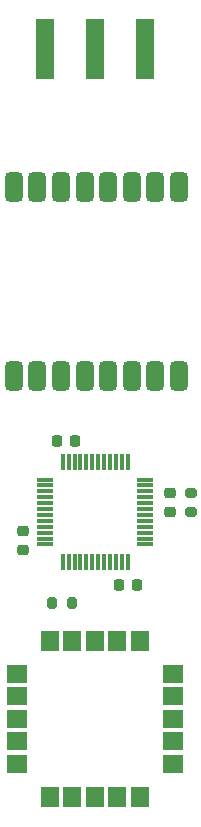
<source format=gtp>
G04 #@! TF.GenerationSoftware,KiCad,Pcbnew,(7.0.0)*
G04 #@! TF.CreationDate,2023-03-12T21:45:25+01:00*
G04 #@! TF.ProjectId,tracker,74726163-6b65-4722-9e6b-696361645f70,rev?*
G04 #@! TF.SameCoordinates,Original*
G04 #@! TF.FileFunction,Paste,Top*
G04 #@! TF.FilePolarity,Positive*
%FSLAX46Y46*%
G04 Gerber Fmt 4.6, Leading zero omitted, Abs format (unit mm)*
G04 Created by KiCad (PCBNEW (7.0.0)) date 2023-03-12 21:45:25*
%MOMM*%
%LPD*%
G01*
G04 APERTURE LIST*
G04 Aperture macros list*
%AMRoundRect*
0 Rectangle with rounded corners*
0 $1 Rounding radius*
0 $2 $3 $4 $5 $6 $7 $8 $9 X,Y pos of 4 corners*
0 Add a 4 corners polygon primitive as box body*
4,1,4,$2,$3,$4,$5,$6,$7,$8,$9,$2,$3,0*
0 Add four circle primitives for the rounded corners*
1,1,$1+$1,$2,$3*
1,1,$1+$1,$4,$5*
1,1,$1+$1,$6,$7*
1,1,$1+$1,$8,$9*
0 Add four rect primitives between the rounded corners*
20,1,$1+$1,$2,$3,$4,$5,0*
20,1,$1+$1,$4,$5,$6,$7,0*
20,1,$1+$1,$6,$7,$8,$9,0*
20,1,$1+$1,$8,$9,$2,$3,0*%
G04 Aperture macros list end*
%ADD10RoundRect,0.200000X-0.200000X-0.275000X0.200000X-0.275000X0.200000X0.275000X-0.200000X0.275000X0*%
%ADD11RoundRect,0.200000X0.275000X-0.200000X0.275000X0.200000X-0.275000X0.200000X-0.275000X-0.200000X0*%
%ADD12RoundRect,0.225000X0.250000X-0.225000X0.250000X0.225000X-0.250000X0.225000X-0.250000X-0.225000X0*%
%ADD13RoundRect,0.225000X0.225000X0.250000X-0.225000X0.250000X-0.225000X-0.250000X0.225000X-0.250000X0*%
%ADD14R,1.475000X0.300000*%
%ADD15R,0.300000X1.475000*%
%ADD16R,1.800000X1.500000*%
%ADD17R,1.500000X1.800000*%
%ADD18RoundRect,0.225000X-0.225000X-0.250000X0.225000X-0.250000X0.225000X0.250000X-0.225000X0.250000X0*%
%ADD19RoundRect,0.225000X-0.250000X0.225000X-0.250000X-0.225000X0.250000X-0.225000X0.250000X0.225000X0*%
%ADD20R,1.500000X5.080000*%
%ADD21RoundRect,0.375000X0.375000X-0.875000X0.375000X0.875000X-0.375000X0.875000X-0.375000X-0.875000X0*%
G04 APERTURE END LIST*
D10*
G04 #@! TO.C,R2*
X138850000Y-94700000D03*
X140500000Y-94700000D03*
G04 #@! TD*
D11*
G04 #@! TO.C,R1*
X150600000Y-87025000D03*
X150600000Y-85375000D03*
G04 #@! TD*
D12*
G04 #@! TO.C,C2*
X136400000Y-90175000D03*
X136400000Y-88625000D03*
G04 #@! TD*
D13*
G04 #@! TO.C,C3*
X146025000Y-93200000D03*
X144475000Y-93200000D03*
G04 #@! TD*
D14*
G04 #@! TO.C,U1*
X146737999Y-89749999D03*
X146737999Y-89249999D03*
X146737999Y-88749999D03*
X146737999Y-88249999D03*
X146737999Y-87749999D03*
X146737999Y-87249999D03*
X146737999Y-86749999D03*
X146737999Y-86249999D03*
X146737999Y-85749999D03*
X146737999Y-85249999D03*
X146737999Y-84749999D03*
X146737999Y-84249999D03*
D15*
X145249999Y-82761999D03*
X144749999Y-82761999D03*
X144249999Y-82761999D03*
X143749999Y-82761999D03*
X143249999Y-82761999D03*
X142749999Y-82761999D03*
X142249999Y-82761999D03*
X141749999Y-82761999D03*
X141249999Y-82761999D03*
X140749999Y-82761999D03*
X140249999Y-82761999D03*
X139749999Y-82761999D03*
D14*
X138261999Y-84249999D03*
X138261999Y-84749999D03*
X138261999Y-85249999D03*
X138261999Y-85749999D03*
X138261999Y-86249999D03*
X138261999Y-86749999D03*
X138261999Y-87249999D03*
X138261999Y-87749999D03*
X138261999Y-88249999D03*
X138261999Y-88749999D03*
X138261999Y-89249999D03*
X138261999Y-89749999D03*
D15*
X139749999Y-91237999D03*
X140249999Y-91237999D03*
X140749999Y-91237999D03*
X141249999Y-91237999D03*
X141749999Y-91237999D03*
X142249999Y-91237999D03*
X142749999Y-91237999D03*
X143249999Y-91237999D03*
X143749999Y-91237999D03*
X144249999Y-91237999D03*
X144749999Y-91237999D03*
X145249999Y-91237999D03*
G04 #@! TD*
D16*
G04 #@! TO.C,ANT1*
X135849999Y-100699999D03*
X135849999Y-102599999D03*
X135849999Y-104499999D03*
X135849999Y-106399999D03*
X135849999Y-108299999D03*
D17*
X138649999Y-111099999D03*
X140549999Y-111099999D03*
X142449999Y-111099999D03*
X144349999Y-111099999D03*
X146249999Y-111099999D03*
D16*
X149049999Y-108299999D03*
X149049999Y-106399999D03*
X149049999Y-104499999D03*
X149049999Y-102599999D03*
X149049999Y-100699999D03*
D17*
X146249999Y-97899999D03*
X144349999Y-97899999D03*
X142449999Y-97899999D03*
X140549999Y-97899999D03*
X138649999Y-97899999D03*
G04 #@! TD*
D18*
G04 #@! TO.C,C4*
X139225000Y-81000000D03*
X140775000Y-81000000D03*
G04 #@! TD*
D19*
G04 #@! TO.C,C1*
X148800000Y-85425000D03*
X148800000Y-86975000D03*
G04 #@! TD*
D20*
G04 #@! TO.C,AE1*
X142499999Y-47799999D03*
X138249999Y-47799999D03*
X146749999Y-47799999D03*
G04 #@! TD*
D21*
G04 #@! TO.C,SOM1*
X135595000Y-75500000D03*
X137595000Y-75500000D03*
X139595000Y-75500000D03*
X141595000Y-75500000D03*
X143595000Y-75500000D03*
X145595000Y-75500000D03*
X147595000Y-75500000D03*
X149595000Y-75500000D03*
X149595000Y-59500000D03*
X147595000Y-59500000D03*
X145595000Y-59500000D03*
X143595000Y-59500000D03*
X141595000Y-59500000D03*
X139595000Y-59500000D03*
X137595000Y-59500000D03*
X135595000Y-59500000D03*
G04 #@! TD*
M02*

</source>
